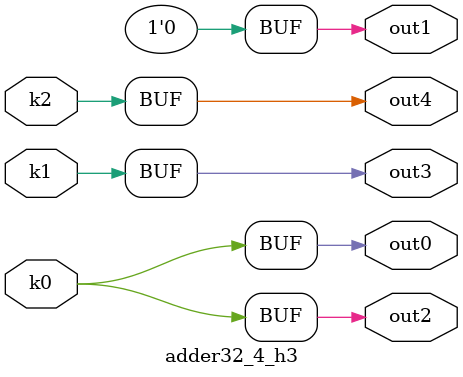
<source format=v>
module adder32_4(pi0, pi1, pi2, pi3, pi4, pi5, pi6, pi7, pi8, po0, po1, po2, po3, po4);
input pi0, pi1, pi2, pi3, pi4, pi5, pi6, pi7, pi8;
output po0, po1, po2, po3, po4;
wire k0, k1, k2;
adder32_4_w3 DUT1 (pi0, pi1, pi2, pi3, pi4, pi5, pi6, pi7, pi8, k0, k1, k2);
adder32_4_h3 DUT2 (k0, k1, k2, po0, po1, po2, po3, po4);
endmodule

module adder32_4_w3(in8, in7, in6, in5, in4, in3, in2, in1, in0, k2, k1, k0);
input in8, in7, in6, in5, in4, in3, in2, in1, in0;
output k2, k1, k0;
assign k0 =   ((~in6 ^ in2) & ((((in8 & (in4 | ~in0)) | (in4 & ~in0)) & (in7 | in3)) | (in7 & in3))) | (((~in4 & in0) | (~in8 & (~in4 | in0))) & (~in7 | ~in3) & (in6 ^ in2)) | (~in7 & ~in3 & (in6 ^ in2));
assign k1 =   ((in7 ^ in3) & ((in8 & (in4 | ~in0)) | (in4 & ~in0))) | (((~in4 & in0) | (~in8 & (~in4 | in0))) & (~in7 ^ in3));
assign k2 =   in8 ? (in4 ^ in0) : (~in4 ^ in0);
endmodule

module adder32_4_h3(k2, k1, k0, out4, out3, out2, out1, out0);
input k2, k1, k0;
output out4, out3, out2, out1, out0;
assign out0 = k0;
assign out1 = 0;
assign out2 = k0;
assign out3 = k1;
assign out4 = k2;
endmodule

</source>
